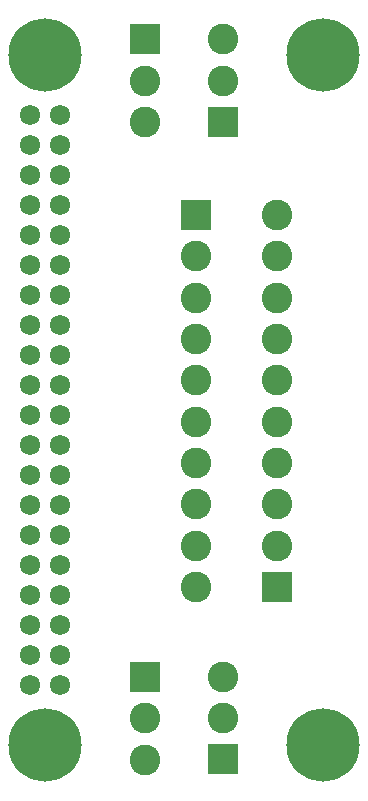
<source format=gts>
G04 #@! TF.GenerationSoftware,KiCad,Pcbnew,(5.0.0)*
G04 #@! TF.CreationDate,2018-11-05T10:44:16+00:00*
G04 #@! TF.ProjectId,analog,616E616C6F672E6B696361645F706362,rev?*
G04 #@! TF.SameCoordinates,Original*
G04 #@! TF.FileFunction,Soldermask,Top*
G04 #@! TF.FilePolarity,Negative*
%FSLAX46Y46*%
G04 Gerber Fmt 4.6, Leading zero omitted, Abs format (unit mm)*
G04 Created by KiCad (PCBNEW (5.0.0)) date 11/05/18 10:44:16*
%MOMM*%
%LPD*%
G01*
G04 APERTURE LIST*
%ADD10C,6.200000*%
%ADD11C,1.724000*%
%ADD12C,2.600000*%
%ADD13R,2.600000X2.600000*%
G04 APERTURE END LIST*
D10*
G04 #@! TO.C,U1*
X148665001Y-85800001D03*
X148665001Y-144220001D03*
X125170001Y-85800001D03*
X125170001Y-144220001D03*
D11*
X123900001Y-90880001D03*
X126440001Y-90880001D03*
X123900001Y-93420001D03*
X126440001Y-93420001D03*
X123900001Y-95960001D03*
X126440001Y-95960001D03*
X123900001Y-98500001D03*
X126440001Y-98500001D03*
X123900001Y-101040001D03*
X126440001Y-101040001D03*
X123900001Y-103580001D03*
X126440001Y-103580001D03*
X123900001Y-106120001D03*
X126440001Y-106120001D03*
X123900001Y-108660001D03*
X126440001Y-108660001D03*
X123900001Y-111200001D03*
X126440001Y-111200001D03*
X123900001Y-113740001D03*
X126440001Y-113740001D03*
X123900001Y-116280001D03*
X126440001Y-116280001D03*
X123900001Y-118820001D03*
X126440001Y-118820001D03*
X123900001Y-121360001D03*
X126440001Y-121360001D03*
X123900001Y-123900001D03*
X126440001Y-123900001D03*
X123900001Y-126440001D03*
X126440001Y-126440001D03*
X123900001Y-128980001D03*
X126440001Y-128980001D03*
X123900001Y-131520001D03*
X126440001Y-131520001D03*
X123900001Y-134060001D03*
X126440001Y-134060001D03*
X123900001Y-136600001D03*
X126440001Y-136600001D03*
X123900001Y-139140001D03*
X126440001Y-139140001D03*
G04 #@! TD*
D12*
G04 #@! TO.C,J3*
X140208000Y-138415000D03*
X140208000Y-141915000D03*
D13*
X140208000Y-145415000D03*
G04 #@! TD*
G04 #@! TO.C,J4*
X133604000Y-138430000D03*
D12*
X133604000Y-141930000D03*
X133604000Y-145430000D03*
G04 #@! TD*
D13*
G04 #@! TO.C,J1*
X140208000Y-91440000D03*
D12*
X140208000Y-87940000D03*
X140208000Y-84440000D03*
G04 #@! TD*
D13*
G04 #@! TO.C,J2*
X144780000Y-130810000D03*
D12*
X144780000Y-127310000D03*
X144780000Y-123810000D03*
X144780000Y-120310000D03*
X144780000Y-116810000D03*
X144780000Y-113310000D03*
X144780000Y-109810000D03*
X144780000Y-106310000D03*
X144780000Y-102810000D03*
X144780000Y-99310000D03*
G04 #@! TD*
D13*
G04 #@! TO.C,J5*
X137922000Y-99314000D03*
D12*
X137922000Y-102814000D03*
X137922000Y-106314000D03*
X137922000Y-109814000D03*
X137922000Y-113314000D03*
X137922000Y-116814000D03*
X137922000Y-120314000D03*
X137922000Y-123814000D03*
X137922000Y-127314000D03*
X137922000Y-130814000D03*
G04 #@! TD*
G04 #@! TO.C,J6*
X133604000Y-91455000D03*
X133604000Y-87955000D03*
D13*
X133604000Y-84455000D03*
G04 #@! TD*
M02*

</source>
